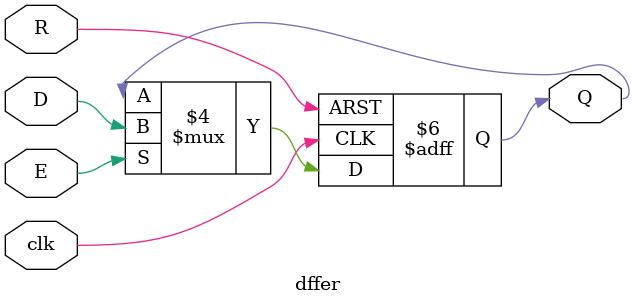
<source format=v>
module dffer(D,clk,E,R,Q);
input D;      // Data input 
input clk;    // clock input 
input E;      // enable 
input R;      // reset input 
output Q;     // output Q 

always @(posedge clk or negedge R) 

begin
	if (R == 1'b0) begin // reset active low
            Q <= 1'b0;
	end 
	else if (E == 1'b1) begin
            Q <= D; 
        end
end 
endmodule 

</source>
